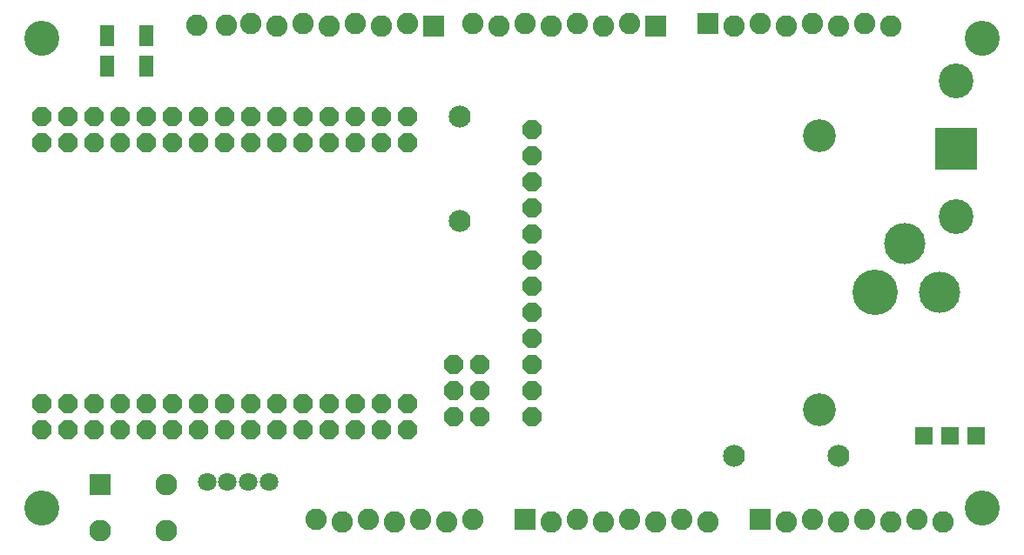
<source format=gts>
G75*
%MOIN*%
%OFA0B0*%
%FSLAX25Y25*%
%IPPOS*%
%LPD*%
%AMOC8*
5,1,8,0,0,1.08239X$1,22.5*
%
%ADD10C,0.13398*%
%ADD11R,0.08200X0.08200*%
%ADD12C,0.08200*%
%ADD13OC8,0.07200*%
%ADD14C,0.12611*%
%ADD15C,0.07099*%
%ADD16R,0.16400X0.16400*%
%ADD17C,0.13300*%
%ADD18R,0.08300X0.08300*%
%ADD19C,0.08300*%
%ADD20R,0.05524X0.07887*%
%ADD21C,0.17398*%
%ADD22C,0.15824*%
%ADD23R,0.07137X0.07137*%
%ADD24C,0.08400*%
D10*
X0107595Y0036800D03*
X0107595Y0216800D03*
X0467595Y0216800D03*
X0467595Y0036800D03*
D11*
X0382595Y0032300D03*
X0292595Y0032300D03*
X0257595Y0221300D03*
X0342595Y0221300D03*
X0362595Y0222300D03*
D12*
X0372595Y0221300D03*
X0382595Y0222300D03*
X0392595Y0221300D03*
X0402595Y0222300D03*
X0412595Y0221300D03*
X0422595Y0222300D03*
X0432595Y0221300D03*
X0332595Y0222300D03*
X0322595Y0221300D03*
X0312595Y0222300D03*
X0302595Y0221300D03*
X0292595Y0222300D03*
X0282595Y0221300D03*
X0272595Y0222300D03*
X0247595Y0222300D03*
X0237595Y0221300D03*
X0227595Y0222300D03*
X0217595Y0221300D03*
X0207595Y0222300D03*
X0197595Y0221300D03*
X0187595Y0222300D03*
X0178295Y0221800D03*
X0166895Y0221800D03*
X0212595Y0032300D03*
X0222595Y0031300D03*
X0232595Y0032300D03*
X0242595Y0031300D03*
X0252595Y0032300D03*
X0262595Y0031300D03*
X0272595Y0032300D03*
X0302595Y0031300D03*
X0312595Y0032300D03*
X0322595Y0031300D03*
X0332595Y0032300D03*
X0342595Y0031300D03*
X0352595Y0032300D03*
X0362595Y0031300D03*
X0392595Y0031300D03*
X0402595Y0032300D03*
X0412595Y0031300D03*
X0422595Y0032300D03*
X0432595Y0031300D03*
X0442595Y0032300D03*
X0452595Y0031300D03*
D13*
X0295095Y0071800D03*
X0295095Y0081800D03*
X0295095Y0091800D03*
X0295095Y0101800D03*
X0295095Y0111800D03*
X0295095Y0121800D03*
X0295095Y0131800D03*
X0295095Y0141800D03*
X0295095Y0151800D03*
X0295095Y0161800D03*
X0295095Y0171800D03*
X0295095Y0181800D03*
X0247595Y0176800D03*
X0237595Y0176800D03*
X0227595Y0176800D03*
X0217595Y0176800D03*
X0207595Y0176800D03*
X0197595Y0176800D03*
X0187595Y0176800D03*
X0177595Y0176800D03*
X0167595Y0176800D03*
X0157595Y0176800D03*
X0147595Y0176800D03*
X0137595Y0176800D03*
X0127595Y0176800D03*
X0117595Y0176800D03*
X0107595Y0176800D03*
X0107595Y0186800D03*
X0117595Y0186800D03*
X0127595Y0186800D03*
X0137595Y0186800D03*
X0147595Y0186800D03*
X0157595Y0186800D03*
X0167595Y0186800D03*
X0177595Y0186800D03*
X0187595Y0186800D03*
X0197595Y0186800D03*
X0207595Y0186800D03*
X0217595Y0186800D03*
X0227595Y0186800D03*
X0237595Y0186800D03*
X0247595Y0186800D03*
X0265095Y0091800D03*
X0275095Y0091800D03*
X0275095Y0081800D03*
X0265095Y0081800D03*
X0265095Y0071800D03*
X0275095Y0071800D03*
X0247595Y0066800D03*
X0237595Y0066800D03*
X0227595Y0066800D03*
X0217595Y0066800D03*
X0207595Y0066800D03*
X0197595Y0066800D03*
X0187595Y0066800D03*
X0177595Y0066800D03*
X0167595Y0066800D03*
X0157595Y0066800D03*
X0147595Y0066800D03*
X0137595Y0066800D03*
X0127595Y0066800D03*
X0117595Y0066800D03*
X0107595Y0066800D03*
X0107595Y0076800D03*
X0117595Y0076800D03*
X0127595Y0076800D03*
X0137595Y0076800D03*
X0147595Y0076800D03*
X0157595Y0076800D03*
X0167595Y0076800D03*
X0177595Y0076800D03*
X0187595Y0076800D03*
X0197595Y0076800D03*
X0207595Y0076800D03*
X0217595Y0076800D03*
X0227595Y0076800D03*
X0237595Y0076800D03*
X0247595Y0076800D03*
D14*
X0405095Y0074300D03*
X0405095Y0179300D03*
D15*
X0194406Y0046800D03*
X0186532Y0046800D03*
X0178658Y0046800D03*
X0170784Y0046800D03*
D16*
X0457595Y0174300D03*
D17*
X0457595Y0200300D03*
X0457595Y0148300D03*
D18*
X0129800Y0045658D03*
D19*
X0129800Y0027942D03*
X0155390Y0027942D03*
X0155390Y0045658D03*
D20*
X0147595Y0205898D03*
X0132595Y0205898D03*
X0132595Y0217702D03*
X0147595Y0217702D03*
D21*
X0426552Y0119300D03*
D22*
X0451158Y0119300D03*
X0437772Y0138198D03*
D23*
X0445095Y0064300D03*
X0455095Y0064300D03*
X0465095Y0064300D03*
D24*
X0412595Y0056800D03*
X0372595Y0056800D03*
X0267595Y0146800D03*
X0267595Y0186800D03*
M02*

</source>
